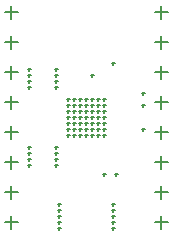
<source format=gbr>
%TF.GenerationSoftware,Altium Limited,Altium Designer,20.1.11 (218)*%
G04 Layer_Color=128*
%FSLAX45Y45*%
%MOMM*%
%TF.SameCoordinates,8684D80F-3192-4470-AB3D-773AF577FA96*%
%TF.FilePolarity,Positive*%
%TF.FileFunction,Drillmap*%
%TF.Part,Single*%
G01*
G75*
%TA.AperFunction,NonConductor*%
%ADD43C,0.12700*%
D43*
X72000Y127000D02*
X182000D01*
X127000Y72000D02*
Y182000D01*
X72000Y381000D02*
X182000D01*
X127000Y326000D02*
Y436000D01*
X72000Y889000D02*
X182000D01*
X127000Y834000D02*
Y944000D01*
X72000Y1397000D02*
X182000D01*
X127000Y1342000D02*
Y1452000D01*
X72000Y1905000D02*
X182000D01*
X127000Y1850000D02*
Y1960000D01*
X72000Y1651000D02*
X182000D01*
X127000Y1596000D02*
Y1706000D01*
X72000Y1143000D02*
X182000D01*
X127000Y1088000D02*
Y1198000D01*
X72000Y635000D02*
X182000D01*
X127000Y580000D02*
Y690000D01*
X1342000Y127000D02*
X1452000D01*
X1397000Y72000D02*
Y182000D01*
X1342000Y381000D02*
X1452000D01*
X1397000Y326000D02*
Y436000D01*
X1342000Y889000D02*
X1452000D01*
X1397000Y834000D02*
Y944000D01*
X1342000Y1397000D02*
X1452000D01*
X1397000Y1342000D02*
Y1452000D01*
X1342000Y1905000D02*
X1452000D01*
X1397000Y1850000D02*
Y1960000D01*
X1342000Y1651000D02*
X1452000D01*
X1397000Y1596000D02*
Y1706000D01*
X1342000Y1143000D02*
X1452000D01*
X1397000Y1088000D02*
Y1198000D01*
X1342000Y635000D02*
X1452000D01*
X1397000Y580000D02*
Y690000D01*
X1234600Y914400D02*
X1254600D01*
X1244600Y904400D02*
Y924400D01*
X498000Y1422400D02*
X518000D01*
X508000Y1412400D02*
Y1432400D01*
X498000Y1371600D02*
X518000D01*
X508000Y1361600D02*
Y1381600D01*
X498000Y1320800D02*
X518000D01*
X508000Y1310800D02*
Y1330800D01*
X498000Y1270000D02*
X518000D01*
X508000Y1260000D02*
Y1280000D01*
X269400Y1422400D02*
X289400D01*
X279400Y1412400D02*
Y1432400D01*
X269400Y1371600D02*
X289400D01*
X279400Y1361600D02*
Y1381600D01*
X269400Y1320800D02*
X289400D01*
X279400Y1310800D02*
Y1330800D01*
X269400Y1270000D02*
X289400D01*
X279400Y1260000D02*
Y1280000D01*
X599600Y1117600D02*
X619600D01*
X609600Y1107600D02*
Y1127600D01*
X599600Y1066800D02*
X619600D01*
X609600Y1056800D02*
Y1076800D01*
X599600Y1168400D02*
X619600D01*
X609600Y1158400D02*
Y1178400D01*
X802800Y1371600D02*
X822800D01*
X812800Y1361600D02*
Y1381600D01*
X1006000Y533400D02*
X1026000D01*
X1016000Y523400D02*
Y543400D01*
X904400Y533400D02*
X924400D01*
X914400Y523400D02*
Y543400D01*
X980600Y228600D02*
X1000600D01*
X990600Y218600D02*
Y238600D01*
X980600Y127000D02*
X1000600D01*
X990600Y117000D02*
Y137000D01*
X980600Y177800D02*
X1000600D01*
X990600Y167800D02*
Y187800D01*
X980600Y279400D02*
X1000600D01*
X990600Y269400D02*
Y289400D01*
X498000Y609600D02*
X518000D01*
X508000Y599600D02*
Y619600D01*
X1234600Y1219200D02*
X1254600D01*
X1244600Y1209200D02*
Y1229200D01*
X1234600Y1117600D02*
X1254600D01*
X1244600Y1107600D02*
Y1127600D01*
X980600Y1473200D02*
X1000600D01*
X990600Y1463200D02*
Y1483200D01*
X980600Y76200D02*
X1000600D01*
X990600Y66200D02*
Y86200D01*
X523400Y76200D02*
X543400D01*
X533400Y66200D02*
Y86200D01*
X523400Y279400D02*
X543400D01*
X533400Y269400D02*
Y289400D01*
X523400Y127000D02*
X543400D01*
X533400Y117000D02*
Y137000D01*
X523400Y177800D02*
X543400D01*
X533400Y167800D02*
Y187800D01*
X523400Y228600D02*
X543400D01*
X533400Y218600D02*
Y238600D01*
X498000Y762000D02*
X518000D01*
X508000Y752000D02*
Y772000D01*
X498000Y711200D02*
X518000D01*
X508000Y701200D02*
Y721200D01*
X498000Y660400D02*
X518000D01*
X508000Y650400D02*
Y670400D01*
X269400Y609600D02*
X289400D01*
X279400Y599600D02*
Y619600D01*
X269400Y660400D02*
X289400D01*
X279400Y650400D02*
Y670400D01*
X269400Y711200D02*
X289400D01*
X279400Y701200D02*
Y721200D01*
X269400Y762000D02*
X289400D01*
X279400Y752000D02*
Y772000D01*
X650400Y965200D02*
X670400D01*
X660400Y955200D02*
Y975200D01*
X701200Y965200D02*
X721200D01*
X711200Y955200D02*
Y975200D01*
X752000Y965200D02*
X772000D01*
X762000Y955200D02*
Y975200D01*
X752000Y1016000D02*
X772000D01*
X762000Y1006000D02*
Y1026000D01*
X701200Y1016000D02*
X721200D01*
X711200Y1006000D02*
Y1026000D01*
X650400Y1016000D02*
X670400D01*
X660400Y1006000D02*
Y1026000D01*
X650400Y1066800D02*
X670400D01*
X660400Y1056800D02*
Y1076800D01*
X701200Y1066800D02*
X721200D01*
X711200Y1056800D02*
Y1076800D01*
X752000Y1066800D02*
X772000D01*
X762000Y1056800D02*
Y1076800D01*
X802800Y1066800D02*
X822800D01*
X812800Y1056800D02*
Y1076800D01*
X802800Y1016000D02*
X822800D01*
X812800Y1006000D02*
Y1026000D01*
X802800Y965200D02*
X822800D01*
X812800Y955200D02*
Y975200D01*
X802800Y914400D02*
X822800D01*
X812800Y904400D02*
Y924400D01*
X752000Y914400D02*
X772000D01*
X762000Y904400D02*
Y924400D01*
X701200Y914400D02*
X721200D01*
X711200Y904400D02*
Y924400D01*
X650400Y914400D02*
X670400D01*
X660400Y904400D02*
Y924400D01*
X599600Y914400D02*
X619600D01*
X609600Y904400D02*
Y924400D01*
X599600Y965200D02*
X619600D01*
X609600Y955200D02*
Y975200D01*
X599600Y1016000D02*
X619600D01*
X609600Y1006000D02*
Y1026000D01*
X853600Y1066800D02*
X873600D01*
X863600Y1056800D02*
Y1076800D01*
X853600Y1016000D02*
X873600D01*
X863600Y1006000D02*
Y1026000D01*
X853600Y965200D02*
X873600D01*
X863600Y955200D02*
Y975200D01*
X853600Y914400D02*
X873600D01*
X863600Y904400D02*
Y924400D01*
X853600Y863600D02*
X873600D01*
X863600Y853600D02*
Y873600D01*
X802800Y863600D02*
X822800D01*
X812800Y853600D02*
Y873600D01*
X752000Y863600D02*
X772000D01*
X762000Y853600D02*
Y873600D01*
X701200Y863600D02*
X721200D01*
X711200Y853600D02*
Y873600D01*
X650400Y863600D02*
X670400D01*
X660400Y853600D02*
Y873600D01*
X599600Y863600D02*
X619600D01*
X609600Y853600D02*
Y873600D01*
X904400Y863600D02*
X924400D01*
X914400Y853600D02*
Y873600D01*
X904400Y914400D02*
X924400D01*
X914400Y904400D02*
Y924400D01*
X904400Y965200D02*
X924400D01*
X914400Y955200D02*
Y975200D01*
X904400Y1016000D02*
X924400D01*
X914400Y1006000D02*
Y1026000D01*
X904400Y1066800D02*
X924400D01*
X914400Y1056800D02*
Y1076800D01*
X904400Y1117600D02*
X924400D01*
X914400Y1107600D02*
Y1127600D01*
X853600Y1117600D02*
X873600D01*
X863600Y1107600D02*
Y1127600D01*
X802800Y1117600D02*
X822800D01*
X812800Y1107600D02*
Y1127600D01*
X752000Y1117600D02*
X772000D01*
X762000Y1107600D02*
Y1127600D01*
X701200Y1117600D02*
X721200D01*
X711200Y1107600D02*
Y1127600D01*
X650400Y1117600D02*
X670400D01*
X660400Y1107600D02*
Y1127600D01*
X904400Y1168400D02*
X924400D01*
X914400Y1158400D02*
Y1178400D01*
X853600Y1168400D02*
X873600D01*
X863600Y1158400D02*
Y1178400D01*
X802800Y1168400D02*
X822800D01*
X812800Y1158400D02*
Y1178400D01*
X752000Y1168400D02*
X772000D01*
X762000Y1158400D02*
Y1178400D01*
X701200Y1168400D02*
X721200D01*
X711200Y1158400D02*
Y1178400D01*
X650400Y1168400D02*
X670400D01*
X660400Y1158400D02*
Y1178400D01*
%TF.MD5,c0f1dc417765aa1cfd5a74c1b6d1fd7b*%
M02*

</source>
